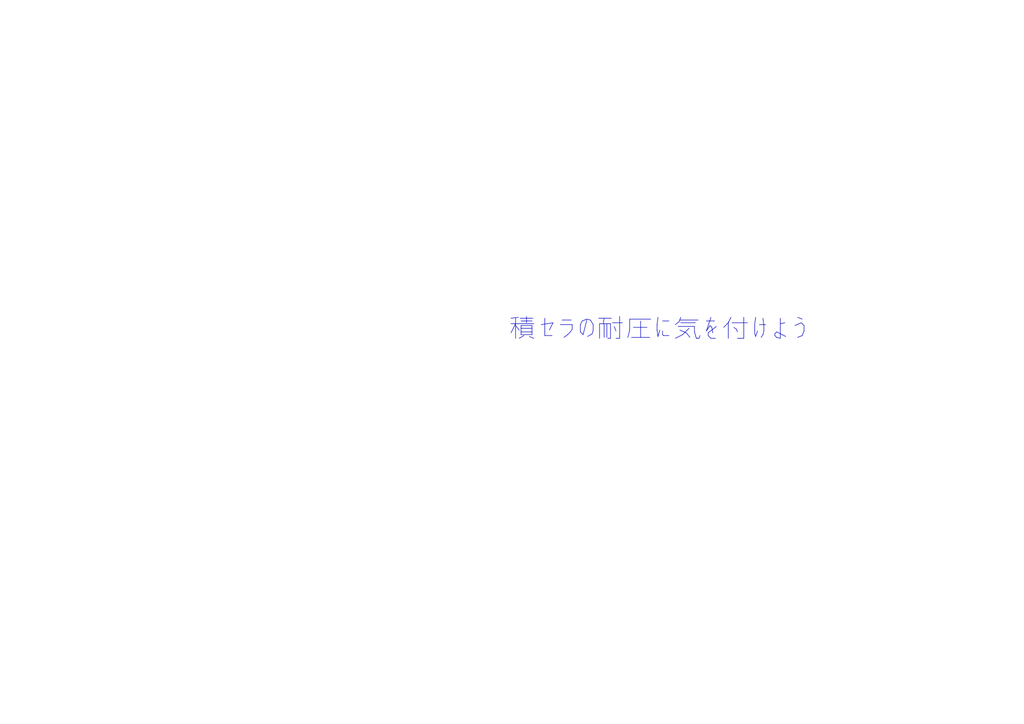
<source format=kicad_sch>
(kicad_sch (version 20230121) (generator eeschema)
  (paper "A4")
  (lib_symbols)
  (text "積セラの耐圧に気を付けよう" (at 147.32 99.06 0) (effects (font (size 5.56 5.56)) (justify left bottom)))
)
</source>
